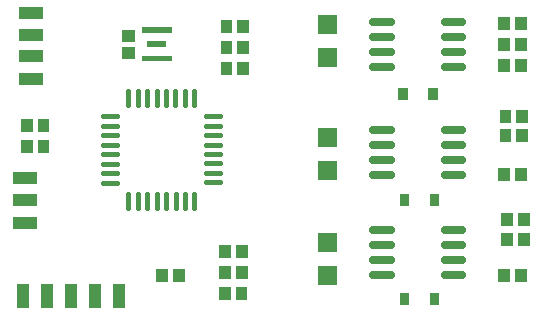
<source format=gbp>
G04 Layer: BottomPasteMaskLayer*
G04 EasyEDA v6.2.44, 2019-10-11T09:46:47+02:00*
G04 b694c453db3c4fbcb19a449f5af86211,674c0623d3a246009f606e19fc16e94a,10*
G04 Gerber Generator version 0.2*
G04 Scale: 100 percent, Rotated: No, Reflected: No *
G04 Dimensions in millimeters *
G04 leading zeros omitted , absolute positions ,4 integer and 3 decimal *
%FSLAX43Y43*%
%MOMM*%
G90*
G71D02*

%ADD28C,0.450012*%
%ADD29C,0.699999*%
%ADD33R,1.999996X0.999998*%
%ADD34R,0.999998X1.999996*%

%LPD*%
G54D28*
G01X8874Y16891D02*
G01X10074Y16891D01*
G01X8874Y16090D02*
G01X10074Y16090D01*
G01X8874Y15290D02*
G01X10074Y15290D01*
G01X8874Y14490D02*
G01X10074Y14490D01*
G01X8874Y13693D02*
G01X10074Y13693D01*
G01X8874Y12893D02*
G01X10074Y12893D01*
G01X8874Y12092D02*
G01X10074Y12092D01*
G01X8874Y11292D02*
G01X10074Y11292D01*
G01X11049Y10328D02*
G01X11049Y9128D01*
G01X11849Y10328D02*
G01X11849Y9128D01*
G01X12649Y10328D02*
G01X12649Y9128D01*
G01X13449Y10328D02*
G01X13449Y9128D01*
G01X14246Y10328D02*
G01X14246Y9128D01*
G01X15046Y10328D02*
G01X15046Y9128D01*
G01X15847Y10328D02*
G01X15847Y9128D01*
G01X16647Y10328D02*
G01X16647Y9128D01*
G01X17637Y11303D02*
G01X18837Y11303D01*
G01X17637Y12103D02*
G01X18837Y12103D01*
G01X17637Y12903D02*
G01X18837Y12903D01*
G01X17637Y13703D02*
G01X18837Y13703D01*
G01X17637Y14500D02*
G01X18837Y14500D01*
G01X17637Y15300D02*
G01X18837Y15300D01*
G01X17637Y16101D02*
G01X18837Y16101D01*
G01X17637Y16901D02*
G01X18837Y16901D01*
G01X16637Y19065D02*
G01X16637Y17865D01*
G01X15836Y19065D02*
G01X15836Y17865D01*
G01X15036Y19065D02*
G01X15036Y17865D01*
G01X14236Y19065D02*
G01X14236Y17865D01*
G01X13439Y19065D02*
G01X13439Y17865D01*
G01X12639Y19065D02*
G01X12639Y17865D01*
G01X11838Y19065D02*
G01X11838Y17865D01*
G01X11038Y19065D02*
G01X11038Y17865D01*
G54D29*
G01X31787Y3429D02*
G01X33287Y3429D01*
G01X31787Y4699D02*
G01X33287Y4699D01*
G01X31787Y5969D02*
G01X33287Y5969D01*
G01X31787Y7239D02*
G01X33287Y7239D01*
G01X37832Y3429D02*
G01X39332Y3429D01*
G01X37832Y4699D02*
G01X39332Y4699D01*
G01X37832Y5969D02*
G01X39332Y5969D01*
G01X37832Y7239D02*
G01X39332Y7239D01*
G01X31787Y21082D02*
G01X33287Y21082D01*
G01X31787Y22352D02*
G01X33287Y22352D01*
G01X31787Y23622D02*
G01X33287Y23622D01*
G01X31787Y24892D02*
G01X33287Y24892D01*
G01X37832Y21082D02*
G01X39332Y21082D01*
G01X37832Y22352D02*
G01X39332Y22352D01*
G01X37832Y23622D02*
G01X39332Y23622D01*
G01X37832Y24892D02*
G01X39332Y24892D01*
G01X31787Y11938D02*
G01X33287Y11938D01*
G01X31787Y13208D02*
G01X33287Y13208D01*
G01X31787Y14478D02*
G01X33287Y14478D01*
G01X31787Y15748D02*
G01X33287Y15748D01*
G01X37832Y11938D02*
G01X39332Y11938D01*
G01X37832Y13208D02*
G01X39332Y13208D01*
G01X37832Y14478D02*
G01X39332Y14478D01*
G01X37832Y15748D02*
G01X39332Y15748D01*
G36*
G01X12212Y21538D02*
G01X14711Y21538D01*
G01X14711Y22038D01*
G01X12212Y22038D01*
G01X12212Y21538D01*
G37*
G36*
G01X12661Y22737D02*
G01X14262Y22737D01*
G01X14262Y23236D01*
G01X12661Y23236D01*
G01X12661Y22737D01*
G37*
G36*
G01X12212Y23935D02*
G01X14711Y23935D01*
G01X14711Y24435D01*
G01X12212Y24435D01*
G01X12212Y23935D01*
G37*
G36*
G01X44761Y3978D02*
G01X43761Y3978D01*
G01X43761Y2878D01*
G01X44761Y2878D01*
G01X44761Y3978D01*
G37*
G36*
G01X43361Y3978D02*
G01X42361Y3978D01*
G01X42361Y2878D01*
G01X43361Y2878D01*
G01X43361Y3978D01*
G37*
G36*
G01X45015Y8677D02*
G01X44015Y8677D01*
G01X44015Y7577D01*
G01X45015Y7577D01*
G01X45015Y8677D01*
G37*
G36*
G01X43615Y8677D02*
G01X42615Y8677D01*
G01X42615Y7577D01*
G01X43615Y7577D01*
G01X43615Y8677D01*
G37*
G36*
G01X45015Y7026D02*
G01X44015Y7026D01*
G01X44015Y5926D01*
G01X45015Y5926D01*
G01X45015Y7026D01*
G37*
G36*
G01X43615Y7026D02*
G01X42615Y7026D01*
G01X42615Y5926D01*
G01X43615Y5926D01*
G01X43615Y7026D01*
G37*
G36*
G01X34016Y896D02*
G01X34817Y896D01*
G01X34817Y1896D01*
G01X34016Y1896D01*
G01X34016Y896D01*
G37*
G36*
G01X36556Y896D02*
G01X37357Y896D01*
G01X37357Y1896D01*
G01X36556Y1896D01*
G01X36556Y896D01*
G37*
G36*
G01X27139Y7023D02*
G01X27139Y5422D01*
G01X28740Y5422D01*
G01X28740Y7023D01*
G01X27139Y7023D01*
G37*
G36*
G01X27139Y4224D02*
G01X27139Y2623D01*
G01X28740Y2623D01*
G01X28740Y4224D01*
G01X27139Y4224D01*
G37*
G36*
G01X21139Y6010D02*
G01X20139Y6010D01*
G01X20139Y4910D01*
G01X21139Y4910D01*
G01X21139Y6010D01*
G37*
G36*
G01X19739Y6010D02*
G01X18739Y6010D01*
G01X18739Y4910D01*
G01X19739Y4910D01*
G01X19739Y6010D01*
G37*
G36*
G01X21139Y4232D02*
G01X20139Y4232D01*
G01X20139Y3132D01*
G01X21139Y3132D01*
G01X21139Y4232D01*
G37*
G36*
G01X19739Y4232D02*
G01X18739Y4232D01*
G01X18739Y3132D01*
G01X19739Y3132D01*
G01X19739Y4232D01*
G37*
G36*
G01X21266Y21504D02*
G01X20266Y21504D01*
G01X20266Y20404D01*
G01X21266Y20404D01*
G01X21266Y21504D01*
G37*
G36*
G01X19866Y21504D02*
G01X18866Y21504D01*
G01X18866Y20404D01*
G01X19866Y20404D01*
G01X19866Y21504D01*
G37*
G36*
G01X21266Y23282D02*
G01X20266Y23282D01*
G01X20266Y22182D01*
G01X21266Y22182D01*
G01X21266Y23282D01*
G37*
G36*
G01X19866Y23282D02*
G01X18866Y23282D01*
G01X18866Y22182D01*
G01X19866Y22182D01*
G01X19866Y23282D01*
G37*
G36*
G01X18738Y1355D02*
G01X19738Y1355D01*
G01X19738Y2455D01*
G01X18738Y2455D01*
G01X18738Y1355D01*
G37*
G36*
G01X20138Y1355D02*
G01X21138Y1355D01*
G01X21138Y2455D01*
G01X20138Y2455D01*
G01X20138Y1355D01*
G37*
G36*
G01X18865Y23961D02*
G01X19865Y23961D01*
G01X19865Y25061D01*
G01X18865Y25061D01*
G01X18865Y23961D01*
G37*
G36*
G01X20265Y23961D02*
G01X21265Y23961D01*
G01X21265Y25061D01*
G01X20265Y25061D01*
G01X20265Y23961D01*
G37*
G36*
G01X15805Y3978D02*
G01X14805Y3978D01*
G01X14805Y2878D01*
G01X15805Y2878D01*
G01X15805Y3978D01*
G37*
G36*
G01X14405Y3978D02*
G01X13405Y3978D01*
G01X13405Y2878D01*
G01X14405Y2878D01*
G01X14405Y3978D01*
G37*
G36*
G01X1974Y13801D02*
G01X2974Y13801D01*
G01X2974Y14901D01*
G01X1974Y14901D01*
G01X1974Y13801D01*
G37*
G36*
G01X3374Y13801D02*
G01X4374Y13801D01*
G01X4374Y14901D01*
G01X3374Y14901D01*
G01X3374Y13801D01*
G37*
G36*
G01X44761Y21758D02*
G01X43761Y21758D01*
G01X43761Y20658D01*
G01X44761Y20658D01*
G01X44761Y21758D01*
G37*
G36*
G01X43361Y21758D02*
G01X42361Y21758D01*
G01X42361Y20658D01*
G01X43361Y20658D01*
G01X43361Y21758D01*
G37*
G36*
G01X44761Y25314D02*
G01X43761Y25314D01*
G01X43761Y24214D01*
G01X44761Y24214D01*
G01X44761Y25314D01*
G37*
G36*
G01X43361Y25314D02*
G01X42361Y25314D01*
G01X42361Y24214D01*
G01X43361Y24214D01*
G01X43361Y25314D01*
G37*
G36*
G01X44761Y23536D02*
G01X43761Y23536D01*
G01X43761Y22436D01*
G01X44761Y22436D01*
G01X44761Y23536D01*
G37*
G36*
G01X43361Y23536D02*
G01X42361Y23536D01*
G01X42361Y22436D01*
G01X43361Y22436D01*
G01X43361Y23536D01*
G37*
G36*
G01X33889Y18295D02*
G01X34690Y18295D01*
G01X34690Y19295D01*
G01X33889Y19295D01*
G01X33889Y18295D01*
G37*
G36*
G01X36429Y18295D02*
G01X37230Y18295D01*
G01X37230Y19295D01*
G01X36429Y19295D01*
G01X36429Y18295D01*
G37*
G36*
G01X27139Y25438D02*
G01X27139Y23837D01*
G01X28740Y23837D01*
G01X28740Y25438D01*
G01X27139Y25438D01*
G37*
G36*
G01X27139Y22639D02*
G01X27139Y21038D01*
G01X28740Y21038D01*
G01X28740Y22639D01*
G01X27139Y22639D01*
G37*
G36*
G01X44761Y12487D02*
G01X43761Y12487D01*
G01X43761Y11387D01*
G01X44761Y11387D01*
G01X44761Y12487D01*
G37*
G36*
G01X43361Y12487D02*
G01X42361Y12487D01*
G01X42361Y11387D01*
G01X43361Y11387D01*
G01X43361Y12487D01*
G37*
G36*
G01X44888Y17440D02*
G01X43888Y17440D01*
G01X43888Y16340D01*
G01X44888Y16340D01*
G01X44888Y17440D01*
G37*
G36*
G01X43488Y17440D02*
G01X42488Y17440D01*
G01X42488Y16340D01*
G01X43488Y16340D01*
G01X43488Y17440D01*
G37*
G36*
G01X44888Y15789D02*
G01X43888Y15789D01*
G01X43888Y14689D01*
G01X44888Y14689D01*
G01X44888Y15789D01*
G37*
G36*
G01X43488Y15789D02*
G01X42488Y15789D01*
G01X42488Y14689D01*
G01X43488Y14689D01*
G01X43488Y15789D01*
G37*
G36*
G01X34016Y9278D02*
G01X34817Y9278D01*
G01X34817Y10278D01*
G01X34016Y10278D01*
G01X34016Y9278D01*
G37*
G36*
G01X36556Y9278D02*
G01X37357Y9278D01*
G01X37357Y10278D01*
G01X36556Y10278D01*
G01X36556Y9278D01*
G37*
G36*
G01X27139Y15913D02*
G01X27139Y14312D01*
G01X28740Y14312D01*
G01X28740Y15913D01*
G01X27139Y15913D01*
G37*
G36*
G01X27139Y13114D02*
G01X27139Y11513D01*
G01X28740Y11513D01*
G01X28740Y13114D01*
G01X27139Y13114D01*
G37*
G36*
G01X1974Y15579D02*
G01X2974Y15579D01*
G01X2974Y16679D01*
G01X1974Y16679D01*
G01X1974Y15579D01*
G37*
G36*
G01X3374Y15579D02*
G01X4374Y15579D01*
G01X4374Y16679D01*
G01X3374Y16679D01*
G01X3374Y15579D01*
G37*
G36*
G01X10499Y24187D02*
G01X10499Y23187D01*
G01X11599Y23187D01*
G01X11599Y24187D01*
G01X10499Y24187D01*
G37*
G36*
G01X10499Y22787D02*
G01X10499Y21787D01*
G01X11599Y21787D01*
G01X11599Y22787D01*
G01X10499Y22787D01*
G37*
G54D33*
G01X2286Y11684D03*
G01X2286Y7874D03*
G01X2286Y9779D03*
G54D34*
G01X2159Y1651D03*
G01X4191Y1651D03*
G01X6223Y1651D03*
G01X8255Y1651D03*
G01X10287Y1651D03*
G54D33*
G01X2794Y20066D03*
G01X2794Y25654D03*
G01X2794Y23749D03*
G01X2794Y21971D03*
M00*
M02*

</source>
